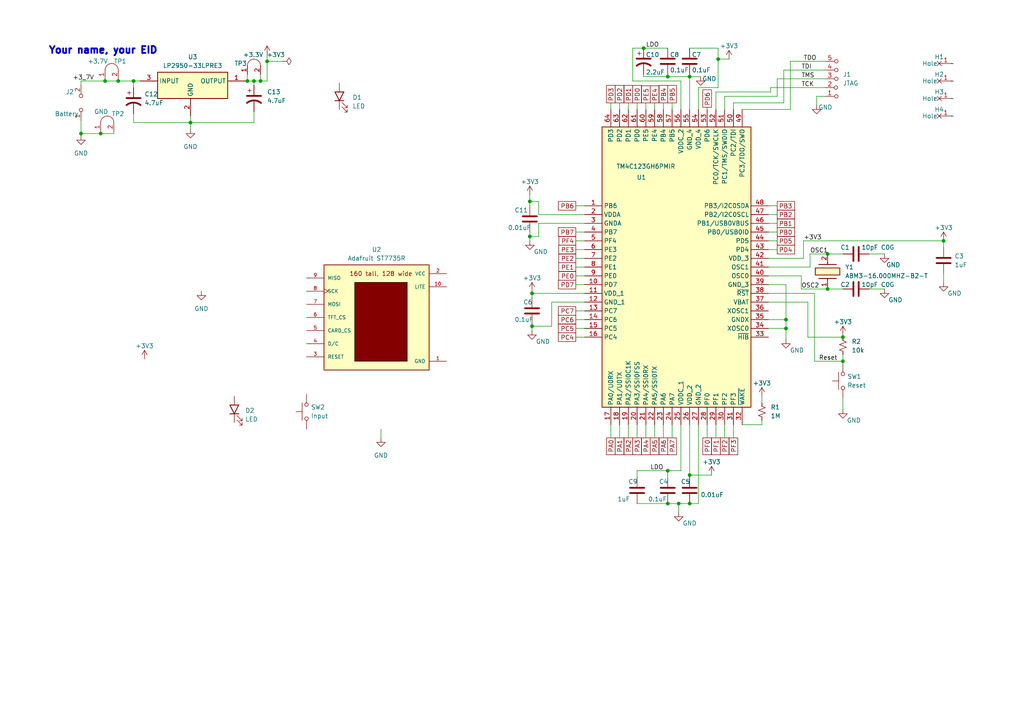
<source format=kicad_sch>
(kicad_sch (version 20230121) (generator eeschema)
  (paper "A4")
  (title_block (title "ECE 445L Lab6 Project") (date "2024-02-27") (rev "v1.0.1") (company "The University of Texas at Austin"))
  (lib_symbols
    (symbol "ABM3-16_000MHZ-B2-T:ABM3-16.000MHZ-B2-T" (pin_names hide)
      (property "Reference" "Y" (at 8.89 6.35 0))
      (property "Value" "ABM3-16.000MHZ-B2-T" (at 8.89 3.81 0))
      (symbol "ABM3-16.000MHZ-B2-T_1_1"
        (polyline (pts (xy 3.048 0) (xy 2.54 0)) (stroke (width 0.254)))
        (polyline (pts (xy 3.048 2.54) (xy 3.048 -2.54)) (stroke (width 0.254)))
        (polyline (pts (xy 7.112 0) (xy 7.62 0)) (stroke (width 0.254)))
        (polyline (pts (xy 7.112 2.54) (xy 7.112 -2.54)) (stroke (width 0.254)))
        (rectangle (start 4.064 3.556) (end 6.096 -3.556) (stroke (width 0.254)) (fill (type background)))
        (pin passive line (at 0 0 0) (length 2.54) (name "1") (number "1"))
        (pin passive line (at 10.16 0 180) (length 2.54) (name "2") (number "2"))
      )
    )
    (symbol "ECE445L:Adafruit_ST7735R" (pin_names (offset 1.016))
      (property "Reference" "U?" (at -15.24 16.002 0))
      (property "Value" "Adafruit ST7735R" (at -15.24 -17.78 0))
      (symbol "Adafruit_ST7735R_0_0"
        (rectangle (start -15.24 15.24) (end 15.24 -15.24) (stroke (width 0.254)) (fill (type background)))
      )
      (symbol "Adafruit_ST7735R_1_0"
        (pin power_in line (at 20.32 -12.7 180) (length 5.08) (name "GND") (number "1"))
        (pin power_in line (at 20.32 8.89 180) (length 5.08) (name "LITE") (number "10"))
        (pin power_in line (at 20.32 12.7 180) (length 5.08) (name "VCC") (number "2"))
        (pin input line (at -20.32 -11.43 0) (length 5.08) (name "RESET") (number "3"))
        (pin input line (at -20.32 -7.62 0) (length 5.08) (name "D/C") (number "4"))
        (pin input line (at -20.32 -3.81 0) (length 5.08) (name "CARD_CS") (number "5"))
        (pin input line (at -20.32 0 0) (length 5.08) (name "TFT_CS") (number "6"))
        (pin input line (at -20.32 3.81 0) (length 5.08) (name "MOSI") (number "7"))
        (pin input clock (at -20.32 7.62 0) (length 5.08) (name "SCK") (number "8"))
        (pin output line (at -20.32 11.43 0) (length 5.08) (name "MISO") (number "9"))
      )
      (symbol "Adafruit_ST7735R_1_1"
        (rectangle (start -6.35 10.16) (end 8.89 -12.7) (stroke (width 0) (color 0 0 0 1)) (fill (type color) (color 132 0 0 1)))
        (text "160 tall, 128 wide" (at 1.27 12.7 0) (effects (font (size 1.27 1.27))))
      )
    )
    (symbol "ECE445L:C" (pin_numbers hide) (pin_names (offset 0.254))
      (property "Reference" "C" (at 0.635 2.54 0))
      (property "Value" "C" (at 0.635 -2.54 0))
      (symbol "C_0_1"
        (polyline (pts (xy -2.032 -0.762) (xy 2.032 -0.762)) (stroke (width 0.508)))
        (polyline (pts (xy -2.032 0.762) (xy 2.032 0.762)) (stroke (width 0.508)))
      )
      (symbol "C_1_1"
        (pin passive line (at 0 3.81 270) (length 2.794) (name "~") (number "1"))
        (pin passive line (at 0 -3.81 90) (length 2.794) (name "~") (number "2"))
      )
    )
    (symbol "ECE445L:C_Polarized" (pin_numbers hide) (pin_names (offset 0.254) hide)
      (property "Reference" "C" (at 0.635 2.54 0))
      (property "Value" "C_Polarized" (at 0.635 -2.54 0))
      (symbol "C_Polarized_0_1"
        (polyline (pts (xy -2.032 0.762) (xy 2.032 0.762)) (stroke (width 0.508)))
        (polyline (pts (xy -1.778 2.286) (xy -0.762 2.286)))
        (polyline (pts (xy -1.27 1.778) (xy -1.27 2.794)))
        (arc (start 2.032 -1.27) (mid 0 -0.5572) (end -2.032 -1.27) (stroke (width 0.508)))
      )
      (symbol "C_Polarized_1_1"
        (pin passive line (at 0 3.81 270) (length 2.794) (name "~") (number "1"))
        (pin passive line (at 0 -3.81 90) (length 3.302) (name "~") (number "2"))
      )
    )
    (symbol "ECE445L:Header_2" (pin_names (offset 0) hide)
      (property "Reference" "J" (at 0 2.794 0))
      (property "Value" "Header2" (at 0 -2.286 0))
      (symbol "Header_2_0_0"
        (circle (center -2.032 0) (radius 0.508))
        (circle (center 2.032 0) (radius 0.508))
      )
      (symbol "Header_2_1_1"
        (pin passive line (at -5.08 0 0) (length 2.54) (name "A") (number "1"))
        (pin passive line (at 5.08 0 180) (length 2.54) (name "B") (number "2"))
      )
    )
    (symbol "ECE445L:Header_5" (pin_names (offset 0) hide)
      (property "Reference" "J" (at 0 2.794 0))
      (property "Value" "Header_5" (at 8.89 -9.525 0))
      (symbol "Header_5_0_0"
        (circle (center 1.905 2.54) (radius 0.508))
      )
      (symbol "Header_5_1_0"
        (circle (center 1.905 -7.62) (radius 0.508))
        (circle (center 1.905 -5.08) (radius 0.508))
        (circle (center 1.905 -2.54) (radius 0.508))
        (circle (center 2.032 0) (radius 0.508))
      )
      (symbol "Header_5_1_1"
        (pin passive line (at 5.08 2.54 180) (length 2.54) (name "A") (number "1"))
        (pin passive line (at 5.08 0 180) (length 2.54) (name "B") (number "2"))
        (pin passive line (at 5.08 -2.54 180) (length 2.54) (name "C") (number "3"))
        (pin passive line (at 5.08 -5.08 180) (length 2.54) (name "C") (number "4"))
        (pin passive line (at 5.08 -7.62 180) (length 2.54) (name "C") (number "5"))
      )
    )
    (symbol "ECE445L:LED" (pin_numbers hide) (pin_names (offset 1.016) hide)
      (property "Reference" "D" (at 1.27 1.27 0))
      (property "Value" "LED" (at -5.08 -1.27 0))
      (symbol "LED_0_1"
        (polyline (pts (xy 0 -1.27) (xy -2.54 -1.27)) (stroke (width 0.254)))
        (polyline (pts (xy 0 1.27) (xy -2.54 1.27) (xy -1.27 -1.27) (xy 0 1.27)) (stroke (width 0.254)))
        (polyline (pts (xy -0.508 -3.048) (xy 1.016 -4.572) (xy 1.016 -3.81) (xy 1.016 -4.572) (xy 0.254 -4.572)))
        (polyline (pts (xy -0.508 -1.778) (xy 1.016 -3.302) (xy 1.016 -2.54) (xy 1.016 -3.302) (xy 0.254 -3.302)))
      )
      (symbol "LED_1_1"
        (pin passive line (at -1.27 -3.81 90) (length 2.54) (name "K") (number "1"))
        (pin passive line (at -1.27 3.81 270) (length 2.54) (name "A") (number "2"))
      )
    )
    (symbol "ECE445L:MountingHole"
      (property "Reference" "H" (at 0 0 0))
      (symbol "MountingHole_1_1"
        (pin power_in non_logic (at 0 0 180) (length 3.81) (name "Hole") (number "1"))
      )
    )
    (symbol "ECE445L:R_0.125W" (pin_numbers hide) (pin_names (offset 0.254) hide)
      (property "Reference" "R" (at 0.762 0.508 0))
      (property "Value" "R_0.125W" (at 0.762 -1.016 0))
      (symbol "R_0.125W_1_1"
        (polyline (pts (xy 0 0) (xy 1.016 -0.381) (xy 0 -0.762) (xy -1.016 -1.143) (xy 0 -1.524)))
        (polyline (pts (xy 0 1.524) (xy 1.016 1.143) (xy 0 0.762) (xy -1.016 0.381) (xy 0 0)))
        (pin passive line (at 0 2.54 270) (length 1.016) (name "~") (number "1"))
        (pin passive line (at 0 -2.54 90) (length 1.016) (name "~") (number "2"))
      )
    )
    (symbol "ECE445L:Testpoint" (pin_names (offset 0) hide)
      (property "Reference" "TP" (at 0 2.794 0))
      (property "Value" "TP" (at 0 -2.286 0))
      (symbol "Testpoint_0_1"
        (arc (start 0 4.445) (mid -1.347 3.887) (end -1.905 2.54))
        (arc (start 1.9051 2.5401) (mid 1.3471 3.8871) (end 0.0001 4.4451))
      )
      (symbol "Testpoint_1_1"
        (pin passive line (at -1.905 0 90) (length 2.54) (name "A") (number "1"))
        (pin passive line (at 1.905 0 90) (length 2.54) (name "B") (number "2"))
      )
    )
    (symbol "LP2950-33LPRE3:LP2950-33LPRE3"
      (property "Reference" "IC" (at 17.145 -2.54 0))
      (property "Value" "LP2950-33LPRE3" (at 8.255 4.445 0))
      (symbol "LP2950-33LPRE3_1_1"
        (rectangle (start 5.08 2.54) (end 25.4 -5.08) (stroke (width 0.254)) (fill (type background)))
        (pin power_out line (at 30.48 0 180) (length 5.08) (name "OUTPUT") (number "1"))
        (pin passive line (at 14.605 -10.16 90) (length 5.08) (name "GND") (number "2"))
        (pin power_in line (at 0 0 0) (length 5.08) (name "INPUT") (number "3"))
      )
    )
    (symbol "Switch:SW_Push" (pin_numbers hide) (pin_names (offset 1.016) hide)
      (property "Reference" "SW" (at 1.27 2.54 0))
      (property "Value" "SW_Push" (at 0 -1.524 0))
      (symbol "SW_Push_0_1"
        (circle (center -2.032 0) (radius 0.508))
        (polyline (pts (xy 0 1.27) (xy 0 3.048)))
        (polyline (pts (xy 2.54 1.27) (xy -2.54 1.27)))
        (circle (center 2.032 0) (radius 0.508))
        (pin passive line (at -5.08 0 0) (length 2.54) (name "1") (number "1"))
        (pin passive line (at 5.08 0 180) (length 2.54) (name "2") (number "2"))
      )
    )
    (symbol "TM4C123GH6PMIR:TM4C123GH6PMIR"
      (property "Reference" "IC" (at 49.53 27.94 0))
      (property "Value" "TM4C123GH6PMIR" (at 49.53 25.4 0))
      (symbol "TM4C123GH6PMIR_1_1"
        (rectangle (start 5.08 22.86) (end 48.26 -58.42) (stroke (width 0.254)) (fill (type background)))
        (pin passive line (at 0 0 0) (length 5.08) (name "PB6") (number "1"))
        (pin passive line (at 0 -22.86 0) (length 5.08) (name "PD7") (number "10"))
        (pin passive line (at 0 -25.4 0) (length 5.08) (name "VDD_1") (number "11"))
        (pin passive line (at 0 -27.94 0) (length 5.08) (name "GND_1") (number "12"))
        (pin passive line (at 0 -30.48 0) (length 5.08) (name "PC7") (number "13"))
        (pin passive line (at 0 -33.02 0) (length 5.08) (name "PC6") (number "14"))
        (pin passive line (at 0 -35.56 0) (length 5.08) (name "PC5") (number "15"))
        (pin passive line (at 0 -38.1 0) (length 5.08) (name "PC4") (number "16"))
        (pin passive line (at 7.62 -63.5 90) (length 5.08) (name "PA0/U0RX") (number "17"))
        (pin passive line (at 10.16 -63.5 90) (length 5.08) (name "PA1/U0TX") (number "18"))
        (pin passive line (at 12.7 -63.5 90) (length 5.08) (name "PA2/SSI0C1K") (number "19"))
        (pin passive line (at 0 -2.54 0) (length 5.08) (name "VDDA") (number "2"))
        (pin passive line (at 15.24 -63.5 90) (length 5.08) (name "PA3/SSI0FSS") (number "20"))
        (pin passive line (at 17.78 -63.5 90) (length 5.08) (name "PA4/SSI0RX") (number "21"))
        (pin passive line (at 20.32 -63.5 90) (length 5.08) (name "PA5/SSI0TX") (number "22"))
        (pin passive line (at 22.86 -63.5 90) (length 5.08) (name "PA6") (number "23"))
        (pin passive line (at 25.4 -63.5 90) (length 5.08) (name "PA7") (number "24"))
        (pin passive line (at 27.94 -63.5 90) (length 5.08) (name "VDDC_1") (number "25"))
        (pin passive line (at 30.48 -63.5 90) (length 5.08) (name "VDD_2") (number "26"))
        (pin passive line (at 33.02 -63.5 90) (length 5.08) (name "GND_2") (number "27"))
        (pin passive line (at 35.56 -63.5 90) (length 5.08) (name "PF0") (number "28"))
        (pin passive line (at 38.1 -63.5 90) (length 5.08) (name "PF1") (number "29"))
        (pin passive line (at 0 -5.08 0) (length 5.08) (name "GNDA") (number "3"))
        (pin passive line (at 40.64 -63.5 90) (length 5.08) (name "PF2") (number "30"))
        (pin passive line (at 43.18 -63.5 90) (length 5.08) (name "PF3") (number "31"))
        (pin passive line (at 45.72 -63.5 90) (length 5.08) (name "~{WAKE}") (number "32"))
        (pin passive line (at 53.34 -38.1 180) (length 5.08) (name "~{HIB}") (number "33"))
        (pin passive line (at 53.34 -35.56 180) (length 5.08) (name "XOSC0") (number "34"))
        (pin passive line (at 53.34 -33.02 180) (length 5.08) (name "GNDX") (number "35"))
        (pin passive line (at 53.34 -30.48 180) (length 5.08) (name "XOSC1") (number "36"))
        (pin passive line (at 53.34 -27.94 180) (length 5.08) (name "VBAT") (number "37"))
        (pin passive line (at 53.34 -25.4 180) (length 5.08) (name "~{RST}") (number "38"))
        (pin passive line (at 53.34 -22.86 180) (length 5.08) (name "GND_3") (number "39"))
        (pin passive line (at 0 -7.62 0) (length 5.08) (name "PB7") (number "4"))
        (pin passive line (at 53.34 -20.32 180) (length 5.08) (name "OSC0") (number "40"))
        (pin passive line (at 53.34 -17.78 180) (length 5.08) (name "OSC1") (number "41"))
        (pin passive line (at 53.34 -15.24 180) (length 5.08) (name "VDD_3") (number "42"))
        (pin passive line (at 53.34 -12.7 180) (length 5.08) (name "PD4") (number "43"))
        (pin passive line (at 53.34 -10.16 180) (length 5.08) (name "PD5") (number "44"))
        (pin passive line (at 53.34 -7.62 180) (length 5.08) (name "PB0/USB0ID") (number "45"))
        (pin passive line (at 53.34 -5.08 180) (length 5.08) (name "PB1/USB0VBUS") (number "46"))
        (pin passive line (at 53.34 -2.54 180) (length 5.08) (name "PB2/I2C0SCL") (number "47"))
        (pin passive line (at 53.34 0 180) (length 5.08) (name "PB3/I2C0SDA") (number "48"))
        (pin passive line (at 45.72 27.94 270) (length 5.08) (name "PC3/TDO/SWO") (number "49"))
        (pin passive line (at 0 -10.16 0) (length 5.08) (name "PF4") (number "5"))
        (pin passive line (at 43.18 27.94 270) (length 5.08) (name "PC2/TDI") (number "50"))
        (pin passive line (at 40.64 27.94 270) (length 5.08) (name "PC1/TMS/SWDIO") (number "51"))
        (pin passive line (at 38.1 27.94 270) (length 5.08) (name "PC0/TCK/SWCLK") (number "52"))
        (pin passive line (at 35.56 27.94 270) (length 5.08) (name "PD6") (number "53"))
        (pin passive line (at 33.02 27.94 270) (length 5.08) (name "VDD_4") (number "54"))
        (pin passive line (at 30.48 27.94 270) (length 5.08) (name "GND_4") (number "55"))
        (pin passive line (at 27.94 27.94 270) (length 5.08) (name "VDDC_2") (number "56"))
        (pin passive line (at 25.4 27.94 270) (length 5.08) (name "PB5") (number "57"))
        (pin passive line (at 22.86 27.94 270) (length 5.08) (name "PB4") (number "58"))
        (pin passive line (at 20.32 27.94 270) (length 5.08) (name "PE4") (number "59"))
        (pin passive line (at 0 -12.7 0) (length 5.08) (name "PE3") (number "6"))
        (pin passive line (at 17.78 27.94 270) (length 5.08) (name "PE5") (number "60"))
        (pin passive line (at 15.24 27.94 270) (length 5.08) (name "PD0") (number "61"))
        (pin passive line (at 12.7 27.94 270) (length 5.08) (name "PD1") (number "62"))
        (pin passive line (at 10.16 27.94 270) (length 5.08) (name "PD2") (number "63"))
        (pin passive line (at 7.62 27.94 270) (length 5.08) (name "PD3") (number "64"))
        (pin passive line (at 0 -15.24 0) (length 5.08) (name "PE2") (number "7"))
        (pin passive line (at 0 -17.78 0) (length 5.08) (name "PE1") (number "8"))
        (pin passive line (at 0 -20.32 0) (length 5.08) (name "PE0") (number "9"))
      )
    )
    (symbol "power:+3V3" (power) (pin_names (offset 0))
      (property "Value" "+3V3" (at 0 3.556 0))
      (symbol "+3V3_0_1"
        (polyline (pts (xy -0.762 1.27) (xy 0 2.54)))
        (polyline (pts (xy 0 0) (xy 0 2.54)))
        (polyline (pts (xy 0 2.54) (xy 0.762 1.27)))
      )
      (symbol "+3V3_1_1"
        (pin power_in line (at 0 0 90) (length 0) hide (name "+3V3") (number "1"))
      )
    )
    (symbol "power:GND" (power) (pin_names (offset 0))
      (property "Value" "GND" (at 0 -3.81 0))
      (symbol "GND_0_1"
        (polyline (pts (xy 0 0) (xy 0 -1.27) (xy 1.27 -1.27) (xy 0 -2.54) (xy -1.27 -1.27) (xy 0 -1.27)))
      )
      (symbol "GND_1_1"
        (pin power_in line (at 0 0 270) (length 0) hide (name "GND") (number "1"))
      )
    )
    (symbol "power:PWR_FLAG" (power) (pin_numbers hide) (pin_names (offset 0) hide)
      (property "Value" "PWR_FLAG" (at 0 3.81 0))
      (symbol "PWR_FLAG_0_0"
        (pin power_out line (at 0 0 90) (length 0) (name "pwr") (number "1"))
      )
      (symbol "PWR_FLAG_0_1"
        (polyline (pts (xy 0 0) (xy 0 1.27) (xy -1.016 1.905) (xy 0 2.54) (xy 1.016 1.905) (xy 0 1.27)))
      )
    )
  )
  (junction (at 200.025 22.225))
  (junction (at 34.29 23.495))
  (junction (at 273.685 69.85))
  (junction (at 77.47 17.78))
  (junction (at 244.475 104.775))
  (junction (at 30.48 23.495))
  (junction (at 38.735 23.495))
  (junction (at 23.495 38.735))
  (junction (at 75.565 23.495))
  (junction (at 240.03 73.66))
  (junction (at 196.85 146.05))
  (junction (at 186.69 13.97))
  (junction (at 193.675 146.05))
  (junction (at 73.66 23.495))
  (junction (at 154.305 94.615))
  (junction (at 193.675 136.525))
  (junction (at 153.67 58.42))
  (junction (at 71.755 23.495))
  (junction (at 200.025 137.795))
  (junction (at 227.965 95.25))
  (junction (at 208.28 17.145))
  (junction (at 227.965 92.71))
  (junction (at 29.21 38.735))
  (junction (at 154.305 85.09))
  (junction (at 240.03 83.82))
  (junction (at 244.475 97.79))
  (junction (at 153.67 68.58))
  (junction (at 200.025 146.05))
  (junction (at 193.675 22.225))
  (junction (at 55.245 35.56))
  (wire (pts (xy 208.28 13.97) (xy 200.025 13.97)))
  (wire (pts (xy 202.565 25.4) (xy 208.28 25.4)))
  (wire (pts (xy 212.725 123.19) (xy 212.725 127)))
  (wire (pts (xy 273.685 79.375) (xy 273.685 81.915)))
  (wire (pts (xy 232.41 83.82) (xy 240.03 83.82)))
  (wire (pts (xy 184.785 136.525) (xy 193.675 136.525)))
  (wire (pts (xy 75.565 23.495) (xy 77.47 23.495)))
  (wire (pts (xy 240.03 83.82) (xy 244.475 83.82)))
  (wire (pts (xy 220.98 114.935) (xy 220.98 116.84)))
  (wire (pts (xy 154.305 93.98) (xy 154.305 94.615)))
  (wire (pts (xy 200.025 123.19) (xy 200.025 137.795)))
  (wire (pts (xy 244.475 115.57) (xy 244.475 118.745)))
  (wire (pts (xy 211.455 17.145) (xy 208.28 17.145)))
  (wire (pts (xy 38.735 35.56) (xy 55.245 35.56)))
  (wire (pts (xy 208.28 17.145) (xy 208.28 25.4)))
  (wire (pts (xy 29.21 38.735) (xy 23.495 38.735)))
  (wire (pts (xy 189.865 29.845) (xy 189.865 31.75)))
  (wire (pts (xy 110.49 124.46) (xy 110.49 127)))
  (wire (pts (xy 23.495 23.495) (xy 30.48 23.495)))
  (wire (pts (xy 200.025 137.795) (xy 200.025 138.43)))
  (wire (pts (xy 30.48 22.86) (xy 30.48 23.495)))
  (wire (pts (xy 222.885 69.85) (xy 225.425 69.85)))
  (wire (pts (xy 222.885 80.01) (xy 232.41 80.01)))
  (wire (pts (xy 273.685 69.85) (xy 273.685 71.755)))
  (wire (pts (xy 227.33 29.845) (xy 227.33 20.32)))
  (wire (pts (xy 222.885 72.39) (xy 225.425 72.39)))
  (wire (pts (xy 207.645 26.67) (xy 223.52 26.67)))
  (wire (pts (xy 193.675 146.05) (xy 196.85 146.05)))
  (wire (pts (xy 202.565 123.19) (xy 202.565 146.05)))
  (wire (pts (xy 193.675 22.225) (xy 200.025 22.225)))
  (wire (pts (xy 73.66 23.495) (xy 75.565 23.495)))
  (wire (pts (xy 77.47 15.875) (xy 77.47 17.78)))
  (wire (pts (xy 200.025 146.05) (xy 196.85 146.05)))
  (wire (pts (xy 202.565 146.05) (xy 200.025 146.05)))
  (wire (pts (xy 229.235 31.75) (xy 229.235 17.78)))
  (wire (pts (xy 167.005 92.71) (xy 169.545 92.71)))
  (wire (pts (xy 193.675 136.525) (xy 193.675 138.43)))
  (wire (pts (xy 200.025 22.225) (xy 200.025 31.75)))
  (wire (pts (xy 210.185 123.19) (xy 210.185 127)))
  (wire (pts (xy 160.02 87.63) (xy 160.02 94.615)))
  (wire (pts (xy 187.325 29.845) (xy 187.325 31.75)))
  (wire (pts (xy 196.85 146.05) (xy 196.85 148.59)))
  (wire (pts (xy 233.045 69.85) (xy 273.685 69.85)))
  (wire (pts (xy 227.965 95.25) (xy 227.965 98.425)))
  (wire (pts (xy 252.095 73.66) (xy 256.54 73.66)))
  (wire (pts (xy 222.885 74.93) (xy 233.045 74.93)))
  (wire (pts (xy 208.28 13.97) (xy 208.28 17.145)))
  (wire (pts (xy 200.025 21.59) (xy 200.025 22.225)))
  (wire (pts (xy 234.95 73.66) (xy 240.03 73.66)))
  (wire (pts (xy 225.425 27.94) (xy 225.425 22.86)))
  (wire (pts (xy 167.005 77.47) (xy 169.545 77.47)))
  (wire (pts (xy 197.485 123.19) (xy 197.485 136.525)))
  (wire (pts (xy 222.885 77.47) (xy 234.95 77.47)))
  (wire (pts (xy 167.005 59.69) (xy 169.545 59.69)))
  (wire (pts (xy 177.165 29.845) (xy 177.165 31.75)))
  (wire (pts (xy 186.69 13.97) (xy 193.675 13.97)))
  (wire (pts (xy 187.325 123.19) (xy 187.325 127)))
  (wire (pts (xy 154.305 85.09) (xy 154.305 86.36)))
  (wire (pts (xy 197.485 136.525) (xy 193.675 136.525)))
  (wire (pts (xy 55.245 35.56) (xy 55.245 37.465)))
  (wire (pts (xy 234.315 97.79) (xy 244.475 97.79)))
  (wire (pts (xy 244.475 97.155) (xy 244.475 97.79)))
  (wire (pts (xy 167.005 67.31) (xy 169.545 67.31)))
  (wire (pts (xy 222.885 85.09) (xy 236.22 85.09)))
  (wire (pts (xy 153.67 58.42) (xy 156.21 58.42)))
  (wire (pts (xy 223.52 26.67) (xy 223.52 25.4)))
  (wire (pts (xy 222.885 59.69) (xy 225.425 59.69)))
  (wire (pts (xy 73.66 32.385) (xy 73.66 35.56)))
  (wire (pts (xy 222.885 87.63) (xy 234.315 87.63)))
  (wire (pts (xy 177.165 123.19) (xy 177.165 127)))
  (wire (pts (xy 169.545 87.63) (xy 160.02 87.63)))
  (wire (pts (xy 38.735 33.02) (xy 38.735 35.56)))
  (wire (pts (xy 156.21 64.77) (xy 156.21 68.58)))
  (wire (pts (xy 160.02 94.615) (xy 154.305 94.615)))
  (wire (pts (xy 167.005 97.79) (xy 169.545 97.79)))
  (wire (pts (xy 182.245 29.845) (xy 182.245 31.75)))
  (wire (pts (xy 38.735 23.495) (xy 40.64 23.495)))
  (wire (pts (xy 197.485 31.75) (xy 197.485 23.495)))
  (wire (pts (xy 73.66 35.56) (xy 55.245 35.56)))
  (wire (pts (xy 156.21 68.58) (xy 153.67 68.58)))
  (wire (pts (xy 183.515 23.495) (xy 183.515 13.97)))
  (wire (pts (xy 210.185 31.75) (xy 210.185 27.94)))
  (wire (pts (xy 71.755 21.59) (xy 71.755 23.495)))
  (wire (pts (xy 205.105 123.19) (xy 205.105 127)))
  (wire (pts (xy 169.545 64.77) (xy 156.21 64.77)))
  (wire (pts (xy 215.265 31.75) (xy 229.235 31.75)))
  (wire (pts (xy 227.965 92.71) (xy 227.965 95.25)))
  (wire (pts (xy 244.475 104.775) (xy 244.475 105.41)))
  (wire (pts (xy 193.675 21.59) (xy 193.675 22.225)))
  (wire (pts (xy 233.045 74.93) (xy 233.045 69.85)))
  (wire (pts (xy 222.885 92.71) (xy 227.965 92.71)))
  (wire (pts (xy 156.21 62.23) (xy 169.545 62.23)))
  (wire (pts (xy 153.67 68.58) (xy 153.67 69.85)))
  (wire (pts (xy 222.885 64.77) (xy 225.425 64.77)))
  (wire (pts (xy 34.29 22.86) (xy 34.29 23.495)))
  (wire (pts (xy 75.565 21.59) (xy 75.565 23.495)))
  (wire (pts (xy 167.005 82.55) (xy 169.545 82.55)))
  (wire (pts (xy 183.515 13.97) (xy 186.69 13.97)))
  (wire (pts (xy 212.725 31.75) (xy 212.725 29.845)))
  (wire (pts (xy 23.495 38.735) (xy 23.495 39.37)))
  (wire (pts (xy 227.965 82.55) (xy 227.965 92.71)))
  (wire (pts (xy 182.245 123.19) (xy 182.245 127)))
  (wire (pts (xy 34.29 23.495) (xy 38.735 23.495)))
  (wire (pts (xy 200.025 22.225) (xy 203.2 22.225)))
  (wire (pts (xy 207.645 31.75) (xy 207.645 26.67)))
  (wire (pts (xy 222.885 95.25) (xy 227.965 95.25)))
  (wire (pts (xy 29.21 38.1) (xy 29.21 38.735)))
  (wire (pts (xy 207.645 123.19) (xy 207.645 127)))
  (wire (pts (xy 212.725 29.845) (xy 227.33 29.845)))
  (wire (pts (xy 222.885 62.23) (xy 225.425 62.23)))
  (wire (pts (xy 215.265 123.19) (xy 220.98 123.19)))
  (wire (pts (xy 229.235 17.78) (xy 239.395 17.78)))
  (wire (pts (xy 167.005 95.25) (xy 169.545 95.25)))
  (wire (pts (xy 205.105 31.115) (xy 205.105 31.75)))
  (wire (pts (xy 220.98 123.19) (xy 220.98 121.92)))
  (wire (pts (xy 179.705 29.845) (xy 179.705 31.75)))
  (wire (pts (xy 23.495 34.925) (xy 23.495 38.735)))
  (wire (pts (xy 71.12 23.495) (xy 71.755 23.495)))
  (wire (pts (xy 202.565 31.75) (xy 202.565 25.4)))
  (wire (pts (xy 153.67 58.42) (xy 153.67 59.69)))
  (wire (pts (xy 244.475 102.87) (xy 244.475 104.775)))
  (wire (pts (xy 77.47 23.495) (xy 77.47 17.78)))
  (wire (pts (xy 197.485 23.495) (xy 183.515 23.495)))
  (wire (pts (xy 71.755 23.495) (xy 73.66 23.495)))
  (wire (pts (xy 154.305 85.09) (xy 154.305 84.455)))
  (wire (pts (xy 186.69 22.225) (xy 193.675 22.225)))
  (wire (pts (xy 153.67 67.31) (xy 153.67 68.58)))
  (wire (pts (xy 234.315 87.63) (xy 234.315 97.79)))
  (wire (pts (xy 154.305 94.615) (xy 154.305 95.885)))
  (wire (pts (xy 184.785 29.845) (xy 184.785 31.75)))
  (wire (pts (xy 240.03 73.66) (xy 244.475 73.66)))
  (wire (pts (xy 167.005 72.39) (xy 169.545 72.39)))
  (wire (pts (xy 227.33 20.32) (xy 239.395 20.32)))
  (wire (pts (xy 192.405 123.19) (xy 192.405 127)))
  (wire (pts (xy 153.67 56.515) (xy 153.67 58.42)))
  (wire (pts (xy 239.395 27.94) (xy 236.855 27.94)))
  (wire (pts (xy 167.005 69.85) (xy 169.545 69.85)))
  (wire (pts (xy 33.02 38.735) (xy 29.21 38.735)))
  (wire (pts (xy 184.785 138.43) (xy 184.785 136.525)))
  (wire (pts (xy 33.02 38.1) (xy 33.02 38.735)))
  (wire (pts (xy 192.405 29.845) (xy 192.405 31.75)))
  (wire (pts (xy 236.22 85.09) (xy 236.22 104.775)))
  (wire (pts (xy 167.005 90.17) (xy 169.545 90.17)))
  (wire (pts (xy 169.545 85.09) (xy 154.305 85.09)))
  (wire (pts (xy 222.885 67.31) (xy 225.425 67.31)))
  (wire (pts (xy 81.915 17.78) (xy 77.47 17.78)))
  (wire (pts (xy 38.735 23.495) (xy 38.735 25.4)))
  (wire (pts (xy 200.025 137.795) (xy 206.375 137.795)))
  (wire (pts (xy 156.21 62.23) (xy 156.21 58.42)))
  (wire (pts (xy 234.95 77.47) (xy 234.95 73.66)))
  (wire (pts (xy 167.005 80.01) (xy 169.545 80.01)))
  (wire (pts (xy 232.41 80.01) (xy 232.41 83.82)))
  (wire (pts (xy 210.185 27.94) (xy 225.425 27.94)))
  (wire (pts (xy 225.425 22.86) (xy 239.395 22.86)))
  (wire (pts (xy 222.885 82.55) (xy 227.965 82.55)))
  (wire (pts (xy 23.495 24.765) (xy 23.495 23.495)))
  (wire (pts (xy 184.785 146.05) (xy 193.675 146.05)))
  (wire (pts (xy 184.785 123.19) (xy 184.785 127)))
  (wire (pts (xy 179.705 123.19) (xy 179.705 127)))
  (wire (pts (xy 55.245 33.655) (xy 55.245 35.56)))
  (wire (pts (xy 73.66 23.495) (xy 73.66 24.765)))
  (wire (pts (xy 252.095 83.82) (xy 256.54 83.82)))
  (wire (pts (xy 186.69 21.59) (xy 186.69 22.225)))
  (wire (pts (xy 236.22 104.775) (xy 244.475 104.775)))
  (wire (pts (xy 167.005 74.93) (xy 169.545 74.93)))
  (wire (pts (xy 194.945 123.19) (xy 194.945 127)))
  (wire (pts (xy 194.945 29.845) (xy 194.945 31.75)))
  (wire (pts (xy 236.855 27.94) (xy 236.855 30.48)))
  (wire (pts (xy 30.48 23.495) (xy 34.29 23.495)))
  (wire (pts (xy 223.52 25.4) (xy 239.395 25.4)))
  (wire (pts (xy 189.865 123.19) (xy 189.865 127)))
  (text "Your name, your EID" (at 13.97 15.875 0) (effects (font (size 2 2) (thickness 0.6) bold) (justify left bottom)))
  (label "OSC2" (at 232.41 83.82 0))
  (label "TCK" (at 232.41 25.4 0))
  (label "TDI" (at 232.41 20.32 0))
  (label "LDO" (at 188.595 136.525 0))
  (label "TDO" (at 233.045 17.78 0))
  (label "TMS" (at 232.41 22.86 0))
  (label "LDO" (at 187.325 13.97 0))
  (label "OSC1" (at 234.95 73.66 0))
  (label "Reset" (at 237.49 104.775 0))
  (label "+3V3" (at 233.045 69.85 0))
  (label "+3_7V" (at 27.305 23.495 180))
  (global_label "PD7" (shape passive) (at 167.005 82.55 180) (property "Intersheetrefs" "${INTERSHEET_REFS}" (effects hide)))
  (global_label "PE4" (shape passive) (at 189.865 29.845 90) (property "Intersheetrefs" "${INTERSHEET_REFS}" (effects hide)))
  (global_label "PC7" (shape passive) (at 167.005 90.17 180) (property "Intersheetrefs" "${INTERSHEET_REFS}" (effects hide)))
  (global_label "PF3" (shape passive) (at 212.725 127 270) (property "Intersheetrefs" "${INTERSHEET_REFS}" (effects hide)))
  (global_label "PD2" (shape passive) (at 179.705 29.845 90) (property "Intersheetrefs" "${INTERSHEET_REFS}" (effects hide)))
  (global_label "PA0" (shape passive) (at 177.165 127 270) (property "Intersheetrefs" "${INTERSHEET_REFS}" (effects hide)))
  (global_label "PA4" (shape passive) (at 187.325 127 270) (property "Intersheetrefs" "${INTERSHEET_REFS}" (effects hide)))
  (global_label "PB3" (shape passive) (at 225.425 59.69 0) (property "Intersheetrefs" "${INTERSHEET_REFS}" (effects hide)))
  (global_label "PD3" (shape passive) (at 177.165 29.845 90) (property "Intersheetrefs" "${INTERSHEET_REFS}" (effects hide)))
  (global_label "PB5" (shape passive) (at 194.945 29.845 90) (property "Intersheetrefs" "${INTERSHEET_REFS}" (effects hide)))
  (global_label "PB1" (shape passive) (at 225.425 64.77 0) (property "Intersheetrefs" "${INTERSHEET_REFS}" (effects hide)))
  (global_label "PD4" (shape passive) (at 225.425 72.39 0) (property "Intersheetrefs" "${INTERSHEET_REFS}" (effects hide)))
  (global_label "PC6" (shape passive) (at 167.005 92.71 180) (property "Intersheetrefs" "${INTERSHEET_REFS}" (effects hide)))
  (global_label "PA1" (shape passive) (at 179.705 127 270) (property "Intersheetrefs" "${INTERSHEET_REFS}" (effects hide)))
  (global_label "PA6" (shape passive) (at 192.405 127 270) (property "Intersheetrefs" "${INTERSHEET_REFS}" (effects hide)))
  (global_label "PC4" (shape passive) (at 167.005 97.79 180) (property "Intersheetrefs" "${INTERSHEET_REFS}" (effects hide)))
  (global_label "PF1" (shape passive) (at 207.645 127 270) (property "Intersheetrefs" "${INTERSHEET_REFS}" (effects hide)))
  (global_label "PB4" (shape passive) (at 192.405 29.845 90) (property "Intersheetrefs" "${INTERSHEET_REFS}" (effects hide)))
  (global_label "PF2" (shape passive) (at 210.185 127 270) (property "Intersheetrefs" "${INTERSHEET_REFS}" (effects hide)))
  (global_label "PC5" (shape passive) (at 167.005 95.25 180) (property "Intersheetrefs" "${INTERSHEET_REFS}" (effects hide)))
  (global_label "PF4" (shape passive) (at 167.005 69.85 180) (property "Intersheetrefs" "${INTERSHEET_REFS}" (effects hide)))
  (global_label "PF0" (shape passive) (at 205.105 127 270) (property "Intersheetrefs" "${INTERSHEET_REFS}" (effects hide)))
  (global_label "PA3" (shape passive) (at 184.785 127 270) (property "Intersheetrefs" "${INTERSHEET_REFS}" (effects hide)))
  (global_label "PB2" (shape passive) (at 225.425 62.23 0) (property "Intersheetrefs" "${INTERSHEET_REFS}" (effects hide)))
  (global_label "PD0" (shape passive) (at 184.785 29.845 90) (property "Intersheetrefs" "${INTERSHEET_REFS}" (effects hide)))
  (global_label "PE3" (shape passive) (at 167.005 72.39 180) (property "Intersheetrefs" "${INTERSHEET_REFS}" (effects hide)))
  (global_label "PB6" (shape passive) (at 167.005 59.69 180) (property "Intersheetrefs" "${INTERSHEET_REFS}" (effects hide)))
  (global_label "PD1" (shape passive) (at 182.245 29.845 90) (property "Intersheetrefs" "${INTERSHEET_REFS}" (effects hide)))
  (global_label "PE1" (shape passive) (at 167.005 77.47 180) (property "Intersheetrefs" "${INTERSHEET_REFS}" (effects hide)))
  (global_label "PB7" (shape passive) (at 167.005 67.31 180) (property "Intersheetrefs" "${INTERSHEET_REFS}" (effects hide)))
  (global_label "PA7" (shape passive) (at 194.945 127 270) (property "Intersheetrefs" "${INTERSHEET_REFS}" (effects hide)))
  (global_label "PE5" (shape passive) (at 187.325 29.845 90) (property "Intersheetrefs" "${INTERSHEET_REFS}" (effects hide)))
  (global_label "PA5" (shape passive) (at 189.865 127 270) (property "Intersheetrefs" "${INTERSHEET_REFS}" (effects hide)))
  (global_label "PD6" (shape passive) (at 205.105 31.115 90) (property "Intersheetrefs" "${INTERSHEET_REFS}" (effects hide)))
  (global_label "PB0" (shape passive) (at 225.425 67.31 0) (property "Intersheetrefs" "${INTERSHEET_REFS}" (effects hide)))
  (global_label "PE0" (shape passive) (at 167.005 80.01 180) (property "Intersheetrefs" "${INTERSHEET_REFS}" (effects hide)))
  (global_label "PD5" (shape passive) (at 225.425 69.85 0) (property "Intersheetrefs" "${INTERSHEET_REFS}" (effects hide)))
  (global_label "PA2" (shape passive) (at 182.245 127 270) (property "Intersheetrefs" "${INTERSHEET_REFS}" (effects hide)))
  (global_label "PE2" (shape passive) (at 167.005 74.93 180) (property "Intersheetrefs" "${INTERSHEET_REFS}" (effects hide)))
  (symbol (lib_id "power:GND") (at 203.2 22.225 0) (unit 1)
    (property "Reference" "#PWR015" (effects hide))
    (property "Value" "GND" (at 205.74 22.86 0))
  )
  (symbol (lib_id "ECE445L:C") (at 154.305 90.17 0) (unit 1)
    (property "Reference" "C6" (at 151.765 87.63 0) (effects (justify left)))
    (property "Value" "0.1uF" (at 149.225 92.71 0) (effects (justify left)))
    (property "Footprint" "ECE445L:C_Axial_200mil" (effects hide))
  )
  (symbol (lib_id "power:GND") (at 196.85 148.59 0) (unit 1)
    (property "Reference" "#PWR012" (effects hide))
    (property "Value" "GND" (at 200.025 151.765 0))
  )
  (symbol (lib_id "ECE445L:C") (at 200.025 17.78 0) (unit 1)
    (property "Reference" "C7" (at 200.66 15.875 0) (effects (justify left)))
    (property "Value" "0.1uF" (at 200.66 20.32 0) (effects (justify left)))
    (property "Footprint" "ECE445L:C_Axial_200mil" (effects hide))
  )
  (symbol (lib_id "ECE445L:C_Polarized") (at 38.735 29.21 0) (unit 1)
    (property "Reference" "C12" (at 41.91 27.305 0) (effects (justify left)))
    (property "Value" "4.7uF" (at 41.91 29.845 0) (effects (justify left)))
    (property "Footprint" "ECE445L:CP_Radial_Tantal200mil" (effects hide))
  )
  (symbol (lib_id "ECE445L:R_0.125W") (at 244.475 100.33 0) (unit 1)
    (property "Reference" "R2" (at 247.015 99.06 0) (effects (justify left)))
    (property "Value" "10k" (at 247.015 101.6 0) (effects (justify left)))
    (property "Footprint" "ECE445L:R_Axial_DIN0204_L3.6mm_D1.6mm_P7.62mm_Horizontal" (effects hide))
    (property "Datasheet" "https://users.ece.utexas.edu/~valvano/mspm0/CarbonFilmresistors.pdf" (effects hide))
  )
  (symbol (lib_id "ECE445L:LED") (at 69.215 118.745 0) (unit 1)
    (property "Reference" "D2" (at 71.12 119.0625 0) (effects (justify left)))
    (property "Value" "LED" (at 71.12 121.6025 0) (effects (justify left)))
    (property "Footprint" "ECE445L:LED_D5.0mm" (effects hide))
    (property "Datasheet" "https://users.ece.utexas.edu/~valvano/mspm0/HLMP-4700.pdf" (effects hide))
  )
  (symbol (lib_id "power:+3V3") (at 220.98 114.935 0) (unit 1)
    (property "Reference" "#PWR03" (effects hide))
    (property "Value" "+3V3" (at 220.98 111.125 0))
  )
  (symbol (lib_id "Switch:SW_Push") (at 88.9 119.38 90) (unit 1)
    (property "Reference" "SW2" (at 90.17 118.11 90) (effects (justify right)))
    (property "Value" "Input" (at 90.17 120.65 90) (effects (justify right)))
    (property "Footprint" "Button_Switch_THT:SW_PUSH_6mm" (effects hide))
  )
  (symbol (lib_id "ECE445L:C") (at 184.785 142.24 0) (unit 1)
    (property "Reference" "C9" (at 182.245 139.7 0) (effects (justify left)))
    (property "Value" "1uF" (at 179.07 144.78 0) (effects (justify left)))
    (property "Footprint" "ECE445L:C_Axial_200mil" (effects hide))
  )
  (symbol (lib_id "power:+3V3") (at 244.475 97.155 0) (unit 1)
    (property "Reference" "#PWR05" (effects hide))
    (property "Value" "+3V3" (at 244.475 93.345 0))
  )
  (symbol (lib_id "power:GND") (at 256.54 73.66 0) (unit 1)
    (property "Reference" "#PWR02" (effects hide))
    (property "Value" "GND" (at 259.08 76.835 0))
  )
  (symbol (lib_id "ECE445L:LED") (at 99.695 27.94 0) (unit 1)
    (property "Reference" "D1" (at 102.235 28.2575 0) (effects (justify left)))
    (property "Value" "LED" (at 102.235 30.7975 0) (effects (justify left)))
    (property "Footprint" "ECE445L:LED_D5.0mm" (effects hide))
    (property "Datasheet" "https://users.ece.utexas.edu/~valvano/mspm0/HLMP-4700.pdf" (effects hide))
  )
  (symbol (lib_id "ECE445L:C") (at 153.67 63.5 0) (unit 1)
    (property "Reference" "C11" (at 149.225 60.96 0) (effects (justify left)))
    (property "Value" "0.01uF" (at 147.32 66.04 0) (effects (justify left)))
    (property "Footprint" "ECE445L:C_Axial_200mil" (effects hide))
  )
  (symbol (lib_id "power:GND") (at 244.475 118.745 0) (unit 1)
    (property "Reference" "#PWR04" (effects hide))
    (property "Value" "GND" (at 247.65 121.92 0))
  )
  (symbol (lib_id "Switch:SW_Push") (at 244.475 110.49 90) (unit 1)
    (property "Reference" "SW1" (at 245.745 109.22 90) (effects (justify right)))
    (property "Value" "Reset" (at 245.745 111.76 90) (effects (justify right)))
    (property "Footprint" "Button_Switch_THT:SW_PUSH_6mm" (effects hide))
  )
  (symbol (lib_id "power:GND") (at 153.67 69.85 0) (unit 1)
    (property "Reference" "#PWR016" (effects hide))
    (property "Value" "GND" (at 156.845 73.025 0))
  )
  (symbol (lib_id "ECE445L:C") (at 248.285 83.82 90) (unit 1)
    (property "Reference" "C2" (at 245.11 82.55 90))
    (property "Value" "10pF C0G" (at 254.635 82.55 90))
    (property "Footprint" "ECE445L:C_Axial_200mil" (effects hide))
  )
  (symbol (lib_id "ABM3-16_000MHZ-B2-T:ABM3-16.000MHZ-B2-T") (at 240.03 83.82 90) (unit 1)
    (property "Reference" "Y1" (at 245.11 77.47 90) (effects (justify right)))
    (property "Value" "ABM3-16.000MHZ-B2-T" (at 245.11 80.01 90) (effects (justify right)))
    (property "Footprint" "ECE445L:ABM3" (effects hide))
    (property "Datasheet" "https://abracon.com/Resonators/abm3.pdf" (effects hide))
    (property "Height" "1.3" (effects hide))
    (property "Mouser Part Number" "815-ABM3-16-B2-T" (effects hide))
    (property "Mouser Price/Stock" "https://www.mouser.co.uk/ProductDetail/ABRACON/ABM3-16.000MHZ-B2-T?qs=H8AWquzS%2FlOF%252BStKHcxcSw%3D%3D" (effects hide))
    (property "Manufacturer_Name" "ABRACON" (effects hide))
    (property "Manufacturer_Part_Number" "ABM3-16.000MHZ-B2-T" (effects hide))
  )
  (symbol (lib_id "power:GND") (at 110.49 127 0) (unit 1)
    (property "Reference" "#PWR0107" (effects hide))
    (property "Value" "GND" (at 110.49 132.08 0))
  )
  (symbol (lib_id "ECE445L:Header_2") (at 23.495 29.845 90) (unit 1)
    (property "Reference" "J2" (at 19.05 26.67 90) (effects (justify right)))
    (property "Value" "Battery" (at 15.875 33.02 90) (effects (justify right)))
    (property "Footprint" "ECE445L:PinHeader_1x02_P2.54mm_Vertical" (effects hide))
  )
  (symbol (lib_id "power:+3V3") (at 206.375 137.795 0) (unit 1)
    (property "Reference" "#PWR010" (effects hide))
    (property "Value" "+3V3" (at 206.375 133.985 0))
  )
  (symbol (lib_id "ECE445L:C") (at 193.675 142.24 0) (unit 1)
    (property "Reference" "C4" (at 191.135 139.7 0) (effects (justify left)))
    (property "Value" "0.1uF" (at 187.96 144.78 0) (effects (justify left)))
    (property "Footprint" "ECE445L:C_Axial_200mil" (effects hide))
  )
  (symbol (lib_id "ECE445L:MountingHole") (at 276.225 28.575 0) (unit 1)
    (property "Reference" "H3" (at 272.415 26.67 0))
    (property "Value" "~" (at 276.225 28.575 0))
    (property "Footprint" "ECE445L:MountingHole_4_40" (effects hide))
  )
  (symbol (lib_id "ECE445L:Adafruit_ST7735R") (at 109.22 92.075 0) (unit 1)
    (property "Reference" "U2" (at 109.22 72.39 0))
    (property "Value" "Adafruit ST7735R" (at 109.22 74.93 0))
    (property "Footprint" "ECE445L:adafruit_st7735r2" (effects hide))
    (property "Datasheet" "https://www.mouser.com/datasheet/2/737/ST7735R_V0_2-2489618.pdf" (effects hide))
    (property "Distributor" "Mouser" (effects hide))
    (property "Manufacturer" "Adafruit" (effects hide))
    (property "P/N" "358" (effects hide))
    (property "Cost" "19.95" (effects hide))
  )
  (symbol (lib_id "LP2950-33LPRE3:LP2950-33LPRE3") (at 40.64 23.495 0) (unit 1)
    (property "Reference" "U3" (at 55.88 16.51 0))
    (property "Value" "LP2950-33LPRE3" (at 55.88 19.05 0))
    (property "Footprint" "ECE445L:TL431CLPM" (effects hide))
    (property "Datasheet" "http://www.ti.com/lit/gpn/lp2950" (effects hide))
    (property "Height" "9.34" (effects hide))
    (property "Mouser Part Number" "595-LP2950-33LPRE3" (effects hide))
    (property "Mouser Price/Stock" "https://www.mouser.co.uk/ProductDetail/Texas-Instruments/LP2950-33LPRE3?qs=iSMark9AYDUagDsOL8Eqdw%3D%3D" (effects hide))
    (property "Manufacturer_Name" "Texas Instruments" (effects hide))
    (property "Manufacturer_Part_Number" "LP2950-33LPRE3" (effects hide))
  )
  (symbol (lib_id "ECE445L:R_0.125W") (at 220.98 119.38 0) (unit 1)
    (property "Reference" "R1" (at 223.52 118.11 0) (effects (justify left)))
    (property "Value" "1M" (at 223.52 120.65 0) (effects (justify left)))
    (property "Footprint" "ECE445L:R_Axial_DIN0204_L3.6mm_D1.6mm_P7.62mm_Horizontal" (effects hide))
    (property "Datasheet" "https://users.ece.utexas.edu/~valvano/mspm0/CarbonFilmresistors.pdf" (effects hide))
  )
  (symbol (lib_id "ECE445L:C") (at 193.675 17.78 0) (unit 1)
    (property "Reference" "C8" (at 194.31 15.875 0) (effects (justify left)))
    (property "Value" "0.1uF" (at 194.31 20.32 0) (effects (justify left)))
    (property "Footprint" "ECE445L:C_Axial_200mil" (effects hide))
  )
  (symbol (lib_id "power:GND") (at 227.965 98.425 0) (unit 1)
    (property "Reference" "#PWR06" (effects hide))
    (property "Value" "GND" (at 231.14 101.6 0))
  )
  (symbol (lib_id "power:GND") (at 55.245 37.465 0) (unit 1)
    (property "Reference" "#PWR018" (effects hide))
    (property "Value" "GND" (at 55.245 42.545 0))
  )
  (symbol (lib_id "ECE445L:MountingHole") (at 276.225 18.415 0) (unit 1)
    (property "Reference" "H1" (at 272.415 16.51 0))
    (property "Value" "~" (at 276.225 18.415 0))
    (property "Footprint" "ECE445L:MountingHole_4_40" (effects hide))
  )
  (symbol (lib_id "ECE445L:MountingHole") (at 276.225 23.495 0) (unit 1)
    (property "Reference" "H2" (at 272.415 21.59 0))
    (property "Value" "~" (at 276.225 23.495 0))
    (property "Footprint" "ECE445L:MountingHole_4_40" (effects hide))
  )
  (symbol (lib_id "power:+3V3") (at 273.685 69.85 0) (unit 1)
    (property "Reference" "#PWR07" (effects hide))
    (property "Value" "+3V3" (at 273.685 66.04 0))
  )
  (symbol (lib_id "power:GND") (at 236.855 30.48 0) (unit 1)
    (property "Reference" "#PWR017" (effects hide))
    (property "Value" "GND" (at 239.395 31.115 0))
  )
  (symbol (lib_id "ECE445L:Testpoint") (at 31.115 38.1 0) (unit 1)
    (property "Reference" "TP2" (at 32.385 33.02 0) (effects (justify left)))
    (property "Value" "GND" (at 27.305 32.385 0) (effects (justify left)))
    (property "Footprint" "ECE445L:Testpoint_1x02_P2.54mm" (effects hide))
  )
  (symbol (lib_id "power:GND") (at 256.54 83.82 0) (unit 1)
    (property "Reference" "#PWR01" (effects hide))
    (property "Value" "GND" (at 259.715 86.995 0))
  )
  (symbol (lib_id "ECE445L:C") (at 200.025 142.24 0) (unit 1)
    (property "Reference" "C5" (at 197.485 139.7 0) (effects (justify left)))
    (property "Value" "0.01uF" (at 203.2 143.51 0) (effects (justify left)))
    (property "Footprint" "ECE445L:C_Axial_200mil" (effects hide))
  )
  (symbol (lib_id "ECE445L:C_Polarized") (at 186.69 17.78 0) (unit 1)
    (property "Reference" "C10" (at 187.325 15.875 0) (effects (justify left)))
    (property "Value" "2.2uF" (at 187.325 20.955 0) (effects (justify left)))
    (property "Footprint" "ECE445L:CP_Radial_Tantal200mil" (effects hide))
  )
  (symbol (lib_id "ECE445L:Testpoint") (at 32.385 22.86 0) (unit 1)
    (property "Reference" "TP1" (at 33.02 17.78 0) (effects (justify left)))
    (property "Value" "+3.7V" (at 25.4 17.78 0) (effects (justify left)))
    (property "Footprint" "ECE445L:Testpoint_1x02_P2.54mm" (effects hide))
  )
  (symbol (lib_id "power:+3V3") (at 77.47 15.875 0) (unit 1)
    (property "Reference" "#PWR0103" (effects hide))
    (property "Value" "+3V3" (at 80.01 15.875 0))
  )
  (symbol (lib_id "power:+3V3") (at 154.305 84.455 0) (unit 1)
    (property "Reference" "#PWR013" (effects hide))
    (property "Value" "+3V3" (at 154.305 80.645 0))
  )
  (symbol (lib_id "power:GND") (at 23.495 39.37 0) (unit 1)
    (property "Reference" "#PWR019" (effects hide))
    (property "Value" "GND" (at 23.495 44.45 0))
  )
  (symbol (lib_id "power:GND") (at 58.42 84.455 0) (unit 1)
    (property "Reference" "#PWR0102" (effects hide))
    (property "Value" "GND" (at 58.42 89.535 0))
  )
  (symbol (lib_id "ECE445L:Header_5") (at 244.475 25.4 180) (unit 1)
    (property "Reference" "J1" (at 244.475 21.59 0) (effects (justify right)))
    (property "Value" "JTAG" (at 244.475 24.13 0) (effects (justify right)))
    (property "Footprint" "ECE445L:PinHeader_1x05_P2.54mm_Vertical" (effects hide))
  )
  (symbol (lib_id "power:+3V3") (at 153.67 56.515 0) (unit 1)
    (property "Reference" "#PWR011" (effects hide))
    (property "Value" "+3V3" (at 153.67 52.705 0))
  )
  (symbol (lib_id "power:PWR_FLAG") (at 81.915 17.78 270) (unit 1)
    (property "Reference" "#FLG0101" (effects hide))
    (property "Value" "PWR_FLAG" (effects hide))
  )
  (symbol (lib_id "ECE445L:C_Polarized") (at 73.66 28.575 0) (unit 1)
    (property "Reference" "C13" (at 77.47 26.67 0) (effects (justify left)))
    (property "Value" "4.7uF" (at 77.47 29.21 0) (effects (justify left)))
    (property "Footprint" "ECE445L:CP_Radial_Tantal200mil" (effects hide))
  )
  (symbol (lib_id "ECE445L:C") (at 273.685 75.565 0) (unit 1)
    (property "Reference" "C3" (at 276.86 74.295 0) (effects (justify left)))
    (property "Value" "1uF" (at 276.86 76.835 0) (effects (justify left)))
    (property "Footprint" "ECE445L:C_Axial_200mil" (effects hide))
  )
  (symbol (lib_id "power:GND") (at 154.305 95.885 0) (unit 1)
    (property "Reference" "#PWR014" (effects hide))
    (property "Value" "GND" (at 157.48 99.06 0))
  )
  (symbol (lib_id "TM4C123GH6PMIR:TM4C123GH6PMIR") (at 169.545 59.69 0) (unit 1)
    (property "Reference" "U1" (at 186.055 51.435 0))
    (property "Value" "TM4C123GH6PMIR" (at 187.325 48.26 0))
    (property "Footprint" "ECE445L:QFP50P1200X1200X160-64N" (effects hide))
    (property "Datasheet" "http://www.ti.com/general/docs/suppproductinfo.tsp?distId=10&gotoUrl=http%3A%2F%2Fwww.ti.com%2Flit%2Fgpn%2Ftm4c123gh6pm" (effects hide))
    (property "Height" "1.6" (effects hide))
    (property "Mouser Part Number" "595-TM4C123GH6PMIR" (effects hide))
    (property "Mouser Price/Stock" "https://www.mouser.co.uk/ProductDetail/Texas-Instruments/TM4C123GH6PMIR?qs=9Y9qB%2FCsC3k3Wi%252BBS4c4WA%3D%3D" (effects hide))
    (property "Manufacturer_Name" "Texas Instruments" (effects hide))
    (property "Manufacturer_Part_Number" "TM4C123GH6PMIR" (effects hide))
  )
  (symbol (lib_id "power:+3V3") (at 211.455 17.145 0) (unit 1)
    (property "Reference" "#PWR09" (effects hide))
    (property "Value" "+3V3" (at 211.455 13.335 0))
  )
  (symbol (lib_id "ECE445L:MountingHole") (at 276.225 33.655 0) (unit 1)
    (property "Reference" "H4" (at 272.415 31.75 0))
    (property "Value" "~" (at 276.225 33.655 0))
    (property "Footprint" "ECE445L:MountingHole_4_40" (effects hide))
  )
  (symbol (lib_id "power:GND") (at 273.685 81.915 0) (unit 1)
    (property "Reference" "#PWR08" (effects hide))
    (property "Value" "GND" (at 276.86 85.09 0))
  )
  (symbol (lib_id "ECE445L:Testpoint") (at 73.66 21.59 0) (unit 1)
    (property "Reference" "TP3" (at 67.945 18.415 0) (effects (justify left)))
    (property "Value" "+3.3V" (at 70.485 15.875 0) (effects (justify left)))
    (property "Footprint" "ECE445L:Testpoint_1x02_P2.54mm" (effects hide))
  )
  (symbol (lib_id "ECE445L:C") (at 248.285 73.66 90) (unit 1)
    (property "Reference" "C1" (at 245.11 71.755 90))
    (property "Value" "10pF C0G" (at 254.635 71.755 90))
    (property "Footprint" "ECE445L:C_Axial_200mil" (effects hide))
  )
  (symbol (lib_id "power:+3V3") (at 41.91 104.14 0) (unit 1)
    (property "Reference" "#PWR0101" (effects hide))
    (property "Value" "+3V3" (at 41.91 100.33 0))
  )
)
</source>
